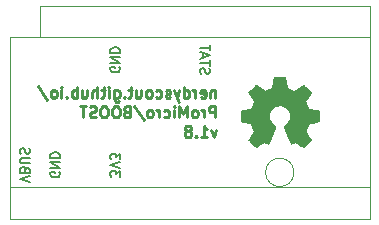
<source format=gbr>
G04 #@! TF.GenerationSoftware,KiCad,Pcbnew,5.1.5+dfsg1-2build2*
G04 #@! TF.CreationDate,2021-03-15T22:58:29+01:00*
G04 #@! TF.ProjectId,ProMicro_BOOST,50726f4d-6963-4726-9f5f-424f4f53542e,v1.8*
G04 #@! TF.SameCoordinates,Original*
G04 #@! TF.FileFunction,Legend,Bot*
G04 #@! TF.FilePolarity,Positive*
%FSLAX46Y46*%
G04 Gerber Fmt 4.6, Leading zero omitted, Abs format (unit mm)*
G04 Created by KiCad*
%MOMM*%
%LPD*%
G04 APERTURE LIST*
%ADD10C,0.200000*%
%ADD11C,0.237500*%
%ADD12C,0.120000*%
%ADD13C,0.010000*%
G04 APERTURE END LIST*
D10*
X63811095Y-128466666D02*
X63011095Y-128200000D01*
X63811095Y-127933333D01*
X63430142Y-127400000D02*
X63392047Y-127285714D01*
X63353952Y-127247619D01*
X63277761Y-127209523D01*
X63163476Y-127209523D01*
X63087285Y-127247619D01*
X63049190Y-127285714D01*
X63011095Y-127361904D01*
X63011095Y-127666666D01*
X63811095Y-127666666D01*
X63811095Y-127400000D01*
X63773000Y-127323809D01*
X63734904Y-127285714D01*
X63658714Y-127247619D01*
X63582523Y-127247619D01*
X63506333Y-127285714D01*
X63468238Y-127323809D01*
X63430142Y-127400000D01*
X63430142Y-127666666D01*
X63811095Y-126866666D02*
X63163476Y-126866666D01*
X63087285Y-126828571D01*
X63049190Y-126790476D01*
X63011095Y-126714285D01*
X63011095Y-126561904D01*
X63049190Y-126485714D01*
X63087285Y-126447619D01*
X63163476Y-126409523D01*
X63811095Y-126409523D01*
X63049190Y-126066666D02*
X63011095Y-125952380D01*
X63011095Y-125761904D01*
X63049190Y-125685714D01*
X63087285Y-125647619D01*
X63163476Y-125609523D01*
X63239666Y-125609523D01*
X63315857Y-125647619D01*
X63353952Y-125685714D01*
X63392047Y-125761904D01*
X63430142Y-125914285D01*
X63468238Y-125990476D01*
X63506333Y-126028571D01*
X63582523Y-126066666D01*
X63658714Y-126066666D01*
X63734904Y-126028571D01*
X63773000Y-125990476D01*
X63811095Y-125914285D01*
X63811095Y-125723809D01*
X63773000Y-125609523D01*
X71431095Y-127990476D02*
X71431095Y-127495238D01*
X71126333Y-127761904D01*
X71126333Y-127647619D01*
X71088238Y-127571428D01*
X71050142Y-127533333D01*
X70973952Y-127495238D01*
X70783476Y-127495238D01*
X70707285Y-127533333D01*
X70669190Y-127571428D01*
X70631095Y-127647619D01*
X70631095Y-127876190D01*
X70669190Y-127952380D01*
X70707285Y-127990476D01*
X71431095Y-127266666D02*
X70631095Y-127000000D01*
X71431095Y-126733333D01*
X71431095Y-126542857D02*
X71431095Y-126047619D01*
X71126333Y-126314285D01*
X71126333Y-126200000D01*
X71088238Y-126123809D01*
X71050142Y-126085714D01*
X70973952Y-126047619D01*
X70783476Y-126047619D01*
X70707285Y-126085714D01*
X70669190Y-126123809D01*
X70631095Y-126200000D01*
X70631095Y-126428571D01*
X70669190Y-126504761D01*
X70707285Y-126542857D01*
X78289190Y-119290952D02*
X78251095Y-119176666D01*
X78251095Y-118986190D01*
X78289190Y-118910000D01*
X78327285Y-118871904D01*
X78403476Y-118833809D01*
X78479666Y-118833809D01*
X78555857Y-118871904D01*
X78593952Y-118910000D01*
X78632047Y-118986190D01*
X78670142Y-119138571D01*
X78708238Y-119214761D01*
X78746333Y-119252857D01*
X78822523Y-119290952D01*
X78898714Y-119290952D01*
X78974904Y-119252857D01*
X79013000Y-119214761D01*
X79051095Y-119138571D01*
X79051095Y-118948095D01*
X79013000Y-118833809D01*
X79051095Y-118605238D02*
X79051095Y-118148095D01*
X78251095Y-118376666D02*
X79051095Y-118376666D01*
X78479666Y-117919523D02*
X78479666Y-117538571D01*
X78251095Y-117995714D02*
X79051095Y-117729047D01*
X78251095Y-117462380D01*
X79051095Y-117310000D02*
X79051095Y-116852857D01*
X78251095Y-117081428D02*
X79051095Y-117081428D01*
X71393000Y-118719523D02*
X71431095Y-118795714D01*
X71431095Y-118910000D01*
X71393000Y-119024285D01*
X71316809Y-119100476D01*
X71240619Y-119138571D01*
X71088238Y-119176666D01*
X70973952Y-119176666D01*
X70821571Y-119138571D01*
X70745380Y-119100476D01*
X70669190Y-119024285D01*
X70631095Y-118910000D01*
X70631095Y-118833809D01*
X70669190Y-118719523D01*
X70707285Y-118681428D01*
X70973952Y-118681428D01*
X70973952Y-118833809D01*
X70631095Y-118338571D02*
X71431095Y-118338571D01*
X70631095Y-117881428D01*
X71431095Y-117881428D01*
X70631095Y-117500476D02*
X71431095Y-117500476D01*
X71431095Y-117310000D01*
X71393000Y-117195714D01*
X71316809Y-117119523D01*
X71240619Y-117081428D01*
X71088238Y-117043333D01*
X70973952Y-117043333D01*
X70821571Y-117081428D01*
X70745380Y-117119523D01*
X70669190Y-117195714D01*
X70631095Y-117310000D01*
X70631095Y-117500476D01*
X66313000Y-127609523D02*
X66351095Y-127685714D01*
X66351095Y-127800000D01*
X66313000Y-127914285D01*
X66236809Y-127990476D01*
X66160619Y-128028571D01*
X66008238Y-128066666D01*
X65893952Y-128066666D01*
X65741571Y-128028571D01*
X65665380Y-127990476D01*
X65589190Y-127914285D01*
X65551095Y-127800000D01*
X65551095Y-127723809D01*
X65589190Y-127609523D01*
X65627285Y-127571428D01*
X65893952Y-127571428D01*
X65893952Y-127723809D01*
X65551095Y-127228571D02*
X66351095Y-127228571D01*
X65551095Y-126771428D01*
X66351095Y-126771428D01*
X65551095Y-126390476D02*
X66351095Y-126390476D01*
X66351095Y-126200000D01*
X66313000Y-126085714D01*
X66236809Y-126009523D01*
X66160619Y-125971428D01*
X66008238Y-125933333D01*
X65893952Y-125933333D01*
X65741571Y-125971428D01*
X65665380Y-126009523D01*
X65589190Y-126085714D01*
X65551095Y-126200000D01*
X65551095Y-126390476D01*
D11*
X79502434Y-120688928D02*
X79502434Y-121322261D01*
X79502434Y-120779404D02*
X79457196Y-120734166D01*
X79366720Y-120688928D01*
X79231005Y-120688928D01*
X79140529Y-120734166D01*
X79095291Y-120824642D01*
X79095291Y-121322261D01*
X78281005Y-121277023D02*
X78371482Y-121322261D01*
X78552434Y-121322261D01*
X78642910Y-121277023D01*
X78688148Y-121186547D01*
X78688148Y-120824642D01*
X78642910Y-120734166D01*
X78552434Y-120688928D01*
X78371482Y-120688928D01*
X78281005Y-120734166D01*
X78235767Y-120824642D01*
X78235767Y-120915119D01*
X78688148Y-121005595D01*
X77828625Y-121322261D02*
X77828625Y-120688928D01*
X77828625Y-120869880D02*
X77783386Y-120779404D01*
X77738148Y-120734166D01*
X77647672Y-120688928D01*
X77557196Y-120688928D01*
X76833386Y-121322261D02*
X76833386Y-120372261D01*
X76833386Y-121277023D02*
X76923863Y-121322261D01*
X77104815Y-121322261D01*
X77195291Y-121277023D01*
X77240529Y-121231785D01*
X77285767Y-121141309D01*
X77285767Y-120869880D01*
X77240529Y-120779404D01*
X77195291Y-120734166D01*
X77104815Y-120688928D01*
X76923863Y-120688928D01*
X76833386Y-120734166D01*
X76471482Y-120688928D02*
X76245291Y-121322261D01*
X76019101Y-120688928D02*
X76245291Y-121322261D01*
X76335767Y-121548452D01*
X76381005Y-121593690D01*
X76471482Y-121638928D01*
X75702434Y-121277023D02*
X75611958Y-121322261D01*
X75431005Y-121322261D01*
X75340529Y-121277023D01*
X75295291Y-121186547D01*
X75295291Y-121141309D01*
X75340529Y-121050833D01*
X75431005Y-121005595D01*
X75566720Y-121005595D01*
X75657196Y-120960357D01*
X75702434Y-120869880D01*
X75702434Y-120824642D01*
X75657196Y-120734166D01*
X75566720Y-120688928D01*
X75431005Y-120688928D01*
X75340529Y-120734166D01*
X74481005Y-121277023D02*
X74571482Y-121322261D01*
X74752434Y-121322261D01*
X74842910Y-121277023D01*
X74888148Y-121231785D01*
X74933386Y-121141309D01*
X74933386Y-120869880D01*
X74888148Y-120779404D01*
X74842910Y-120734166D01*
X74752434Y-120688928D01*
X74571482Y-120688928D01*
X74481005Y-120734166D01*
X73938148Y-121322261D02*
X74028625Y-121277023D01*
X74073863Y-121231785D01*
X74119101Y-121141309D01*
X74119101Y-120869880D01*
X74073863Y-120779404D01*
X74028625Y-120734166D01*
X73938148Y-120688928D01*
X73802434Y-120688928D01*
X73711958Y-120734166D01*
X73666720Y-120779404D01*
X73621482Y-120869880D01*
X73621482Y-121141309D01*
X73666720Y-121231785D01*
X73711958Y-121277023D01*
X73802434Y-121322261D01*
X73938148Y-121322261D01*
X72807196Y-120688928D02*
X72807196Y-121322261D01*
X73214339Y-120688928D02*
X73214339Y-121186547D01*
X73169101Y-121277023D01*
X73078625Y-121322261D01*
X72942910Y-121322261D01*
X72852434Y-121277023D01*
X72807196Y-121231785D01*
X72490529Y-120688928D02*
X72128625Y-120688928D01*
X72354815Y-120372261D02*
X72354815Y-121186547D01*
X72309577Y-121277023D01*
X72219101Y-121322261D01*
X72128625Y-121322261D01*
X71811958Y-121231785D02*
X71766720Y-121277023D01*
X71811958Y-121322261D01*
X71857196Y-121277023D01*
X71811958Y-121231785D01*
X71811958Y-121322261D01*
X70952434Y-120688928D02*
X70952434Y-121457976D01*
X70997672Y-121548452D01*
X71042910Y-121593690D01*
X71133386Y-121638928D01*
X71269101Y-121638928D01*
X71359577Y-121593690D01*
X70952434Y-121277023D02*
X71042910Y-121322261D01*
X71223863Y-121322261D01*
X71314339Y-121277023D01*
X71359577Y-121231785D01*
X71404815Y-121141309D01*
X71404815Y-120869880D01*
X71359577Y-120779404D01*
X71314339Y-120734166D01*
X71223863Y-120688928D01*
X71042910Y-120688928D01*
X70952434Y-120734166D01*
X70500053Y-121322261D02*
X70500053Y-120688928D01*
X70500053Y-120372261D02*
X70545291Y-120417500D01*
X70500053Y-120462738D01*
X70454815Y-120417500D01*
X70500053Y-120372261D01*
X70500053Y-120462738D01*
X70183386Y-120688928D02*
X69821482Y-120688928D01*
X70047672Y-120372261D02*
X70047672Y-121186547D01*
X70002434Y-121277023D01*
X69911958Y-121322261D01*
X69821482Y-121322261D01*
X69504815Y-121322261D02*
X69504815Y-120372261D01*
X69097672Y-121322261D02*
X69097672Y-120824642D01*
X69142910Y-120734166D01*
X69233386Y-120688928D01*
X69369101Y-120688928D01*
X69459577Y-120734166D01*
X69504815Y-120779404D01*
X68238148Y-120688928D02*
X68238148Y-121322261D01*
X68645291Y-120688928D02*
X68645291Y-121186547D01*
X68600053Y-121277023D01*
X68509577Y-121322261D01*
X68373863Y-121322261D01*
X68283386Y-121277023D01*
X68238148Y-121231785D01*
X67785767Y-121322261D02*
X67785767Y-120372261D01*
X67785767Y-120734166D02*
X67695291Y-120688928D01*
X67514339Y-120688928D01*
X67423863Y-120734166D01*
X67378625Y-120779404D01*
X67333386Y-120869880D01*
X67333386Y-121141309D01*
X67378625Y-121231785D01*
X67423863Y-121277023D01*
X67514339Y-121322261D01*
X67695291Y-121322261D01*
X67785767Y-121277023D01*
X66926244Y-121231785D02*
X66881005Y-121277023D01*
X66926244Y-121322261D01*
X66971482Y-121277023D01*
X66926244Y-121231785D01*
X66926244Y-121322261D01*
X66473863Y-121322261D02*
X66473863Y-120688928D01*
X66473863Y-120372261D02*
X66519101Y-120417500D01*
X66473863Y-120462738D01*
X66428624Y-120417500D01*
X66473863Y-120372261D01*
X66473863Y-120462738D01*
X65885767Y-121322261D02*
X65976244Y-121277023D01*
X66021482Y-121231785D01*
X66066720Y-121141309D01*
X66066720Y-120869880D01*
X66021482Y-120779404D01*
X65976244Y-120734166D01*
X65885767Y-120688928D01*
X65750053Y-120688928D01*
X65659577Y-120734166D01*
X65614339Y-120779404D01*
X65569101Y-120869880D01*
X65569101Y-121141309D01*
X65614339Y-121231785D01*
X65659577Y-121277023D01*
X65750053Y-121322261D01*
X65885767Y-121322261D01*
X64483386Y-120327023D02*
X65297672Y-121548452D01*
X79502434Y-122984761D02*
X79502434Y-122034761D01*
X79140529Y-122034761D01*
X79050053Y-122080000D01*
X79004815Y-122125238D01*
X78959577Y-122215714D01*
X78959577Y-122351428D01*
X79004815Y-122441904D01*
X79050053Y-122487142D01*
X79140529Y-122532380D01*
X79502434Y-122532380D01*
X78552434Y-122984761D02*
X78552434Y-122351428D01*
X78552434Y-122532380D02*
X78507196Y-122441904D01*
X78461958Y-122396666D01*
X78371482Y-122351428D01*
X78281005Y-122351428D01*
X77828625Y-122984761D02*
X77919101Y-122939523D01*
X77964339Y-122894285D01*
X78009577Y-122803809D01*
X78009577Y-122532380D01*
X77964339Y-122441904D01*
X77919101Y-122396666D01*
X77828625Y-122351428D01*
X77692910Y-122351428D01*
X77602434Y-122396666D01*
X77557196Y-122441904D01*
X77511958Y-122532380D01*
X77511958Y-122803809D01*
X77557196Y-122894285D01*
X77602434Y-122939523D01*
X77692910Y-122984761D01*
X77828625Y-122984761D01*
X77104815Y-122984761D02*
X77104815Y-122034761D01*
X76788148Y-122713333D01*
X76471482Y-122034761D01*
X76471482Y-122984761D01*
X76019101Y-122984761D02*
X76019101Y-122351428D01*
X76019101Y-122034761D02*
X76064339Y-122080000D01*
X76019101Y-122125238D01*
X75973863Y-122080000D01*
X76019101Y-122034761D01*
X76019101Y-122125238D01*
X75159577Y-122939523D02*
X75250053Y-122984761D01*
X75431005Y-122984761D01*
X75521482Y-122939523D01*
X75566720Y-122894285D01*
X75611958Y-122803809D01*
X75611958Y-122532380D01*
X75566720Y-122441904D01*
X75521482Y-122396666D01*
X75431005Y-122351428D01*
X75250053Y-122351428D01*
X75159577Y-122396666D01*
X74752434Y-122984761D02*
X74752434Y-122351428D01*
X74752434Y-122532380D02*
X74707196Y-122441904D01*
X74661958Y-122396666D01*
X74571482Y-122351428D01*
X74481005Y-122351428D01*
X74028625Y-122984761D02*
X74119101Y-122939523D01*
X74164339Y-122894285D01*
X74209577Y-122803809D01*
X74209577Y-122532380D01*
X74164339Y-122441904D01*
X74119101Y-122396666D01*
X74028625Y-122351428D01*
X73892910Y-122351428D01*
X73802434Y-122396666D01*
X73757196Y-122441904D01*
X73711958Y-122532380D01*
X73711958Y-122803809D01*
X73757196Y-122894285D01*
X73802434Y-122939523D01*
X73892910Y-122984761D01*
X74028625Y-122984761D01*
X72626244Y-121989523D02*
X73440529Y-123210952D01*
X71992910Y-122487142D02*
X71857196Y-122532380D01*
X71811958Y-122577619D01*
X71766720Y-122668095D01*
X71766720Y-122803809D01*
X71811958Y-122894285D01*
X71857196Y-122939523D01*
X71947672Y-122984761D01*
X72309577Y-122984761D01*
X72309577Y-122034761D01*
X71992910Y-122034761D01*
X71902434Y-122080000D01*
X71857196Y-122125238D01*
X71811958Y-122215714D01*
X71811958Y-122306190D01*
X71857196Y-122396666D01*
X71902434Y-122441904D01*
X71992910Y-122487142D01*
X72309577Y-122487142D01*
X71178625Y-122034761D02*
X70997672Y-122034761D01*
X70907196Y-122080000D01*
X70816720Y-122170476D01*
X70771482Y-122351428D01*
X70771482Y-122668095D01*
X70816720Y-122849047D01*
X70907196Y-122939523D01*
X70997672Y-122984761D01*
X71178625Y-122984761D01*
X71269101Y-122939523D01*
X71359577Y-122849047D01*
X71404815Y-122668095D01*
X71404815Y-122351428D01*
X71359577Y-122170476D01*
X71269101Y-122080000D01*
X71178625Y-122034761D01*
X70183386Y-122034761D02*
X70002434Y-122034761D01*
X69911958Y-122080000D01*
X69821482Y-122170476D01*
X69776244Y-122351428D01*
X69776244Y-122668095D01*
X69821482Y-122849047D01*
X69911958Y-122939523D01*
X70002434Y-122984761D01*
X70183386Y-122984761D01*
X70273863Y-122939523D01*
X70364339Y-122849047D01*
X70409577Y-122668095D01*
X70409577Y-122351428D01*
X70364339Y-122170476D01*
X70273863Y-122080000D01*
X70183386Y-122034761D01*
X69414339Y-122939523D02*
X69278625Y-122984761D01*
X69052434Y-122984761D01*
X68961958Y-122939523D01*
X68916720Y-122894285D01*
X68871482Y-122803809D01*
X68871482Y-122713333D01*
X68916720Y-122622857D01*
X68961958Y-122577619D01*
X69052434Y-122532380D01*
X69233386Y-122487142D01*
X69323863Y-122441904D01*
X69369101Y-122396666D01*
X69414339Y-122306190D01*
X69414339Y-122215714D01*
X69369101Y-122125238D01*
X69323863Y-122080000D01*
X69233386Y-122034761D01*
X69007196Y-122034761D01*
X68871482Y-122080000D01*
X68600053Y-122034761D02*
X68057196Y-122034761D01*
X68328625Y-122984761D02*
X68328625Y-122034761D01*
X79592910Y-124013928D02*
X79366720Y-124647261D01*
X79140529Y-124013928D01*
X78281005Y-124647261D02*
X78823863Y-124647261D01*
X78552434Y-124647261D02*
X78552434Y-123697261D01*
X78642910Y-123832976D01*
X78733386Y-123923452D01*
X78823863Y-123968690D01*
X77873863Y-124556785D02*
X77828625Y-124602023D01*
X77873863Y-124647261D01*
X77919101Y-124602023D01*
X77873863Y-124556785D01*
X77873863Y-124647261D01*
X77285767Y-124104404D02*
X77376244Y-124059166D01*
X77421482Y-124013928D01*
X77466720Y-123923452D01*
X77466720Y-123878214D01*
X77421482Y-123787738D01*
X77376244Y-123742500D01*
X77285767Y-123697261D01*
X77104815Y-123697261D01*
X77014339Y-123742500D01*
X76969101Y-123787738D01*
X76923863Y-123878214D01*
X76923863Y-123923452D01*
X76969101Y-124013928D01*
X77014339Y-124059166D01*
X77104815Y-124104404D01*
X77285767Y-124104404D01*
X77376244Y-124149642D01*
X77421482Y-124194880D01*
X77466720Y-124285357D01*
X77466720Y-124466309D01*
X77421482Y-124556785D01*
X77376244Y-124602023D01*
X77285767Y-124647261D01*
X77104815Y-124647261D01*
X77014339Y-124602023D01*
X76969101Y-124556785D01*
X76923863Y-124466309D01*
X76923863Y-124285357D01*
X76969101Y-124194880D01*
X77014339Y-124149642D01*
X77104815Y-124104404D01*
D12*
X64643000Y-113535000D02*
X92583000Y-113535000D01*
X62103000Y-128905000D02*
X92583000Y-128905000D01*
X64643000Y-116205000D02*
X64643000Y-113535000D01*
X62103000Y-116205000D02*
X92583000Y-116205000D01*
X92583000Y-113535000D02*
X92583000Y-131575000D01*
X92583000Y-131575000D02*
X62103000Y-131575000D01*
X62103000Y-131575000D02*
X62103000Y-116205000D01*
D13*
G36*
X84407186Y-120023931D02*
G01*
X84323365Y-120468555D01*
X84014080Y-120596053D01*
X83704794Y-120723551D01*
X83333754Y-120471246D01*
X83229843Y-120400996D01*
X83135913Y-120338272D01*
X83056348Y-120285938D01*
X82995530Y-120246857D01*
X82957843Y-120223893D01*
X82947579Y-120218942D01*
X82929090Y-120231676D01*
X82889580Y-120266882D01*
X82833478Y-120320062D01*
X82765213Y-120386718D01*
X82689214Y-120462354D01*
X82609908Y-120542472D01*
X82531725Y-120622574D01*
X82459093Y-120698164D01*
X82396441Y-120764745D01*
X82348197Y-120817818D01*
X82318790Y-120852887D01*
X82311759Y-120864623D01*
X82321877Y-120886260D01*
X82350241Y-120933662D01*
X82393871Y-121002193D01*
X82449782Y-121087215D01*
X82514994Y-121184093D01*
X82552781Y-121239350D01*
X82621657Y-121340248D01*
X82682860Y-121431299D01*
X82733422Y-121507970D01*
X82770372Y-121565728D01*
X82790742Y-121600043D01*
X82793803Y-121607254D01*
X82786864Y-121627748D01*
X82767949Y-121675513D01*
X82739913Y-121743832D01*
X82705609Y-121825989D01*
X82667891Y-121915270D01*
X82629613Y-122004958D01*
X82593630Y-122088338D01*
X82562794Y-122158694D01*
X82539961Y-122209310D01*
X82527983Y-122233471D01*
X82527276Y-122234422D01*
X82508469Y-122239036D01*
X82458382Y-122249328D01*
X82382207Y-122264287D01*
X82285135Y-122282901D01*
X82172357Y-122304159D01*
X82106558Y-122316418D01*
X81986050Y-122339362D01*
X81877203Y-122361195D01*
X81785524Y-122380722D01*
X81716519Y-122396748D01*
X81675696Y-122408079D01*
X81667489Y-122411674D01*
X81659452Y-122436006D01*
X81652967Y-122490959D01*
X81648030Y-122570108D01*
X81644636Y-122667026D01*
X81642782Y-122775287D01*
X81642462Y-122888465D01*
X81643673Y-123000135D01*
X81646410Y-123103868D01*
X81650669Y-123193241D01*
X81656445Y-123261826D01*
X81663733Y-123303197D01*
X81668105Y-123311810D01*
X81694236Y-123322133D01*
X81749607Y-123336892D01*
X81826893Y-123354352D01*
X81918770Y-123372780D01*
X81950842Y-123378741D01*
X82105476Y-123407066D01*
X82227625Y-123429876D01*
X82321327Y-123448080D01*
X82390616Y-123462583D01*
X82439529Y-123474292D01*
X82472103Y-123484115D01*
X82492372Y-123492956D01*
X82504374Y-123501724D01*
X82506053Y-123503457D01*
X82522816Y-123531371D01*
X82548386Y-123585695D01*
X82580212Y-123659777D01*
X82615740Y-123746965D01*
X82652417Y-123840608D01*
X82687689Y-123934052D01*
X82719004Y-124020647D01*
X82743807Y-124093740D01*
X82759546Y-124146678D01*
X82763668Y-124172811D01*
X82763324Y-124173726D01*
X82749359Y-124195086D01*
X82717678Y-124242084D01*
X82671609Y-124309827D01*
X82614482Y-124393423D01*
X82549627Y-124487982D01*
X82531157Y-124514854D01*
X82465301Y-124612275D01*
X82407350Y-124701163D01*
X82360462Y-124776412D01*
X82327793Y-124832920D01*
X82312500Y-124865581D01*
X82311759Y-124869593D01*
X82324608Y-124890684D01*
X82360112Y-124932464D01*
X82413707Y-124990445D01*
X82480829Y-125060135D01*
X82556913Y-125137045D01*
X82637396Y-125216683D01*
X82717713Y-125294561D01*
X82793301Y-125366186D01*
X82859595Y-125427070D01*
X82912031Y-125472721D01*
X82946045Y-125498650D01*
X82955455Y-125502883D01*
X82977357Y-125492912D01*
X83022200Y-125466020D01*
X83082679Y-125426736D01*
X83129211Y-125395117D01*
X83213525Y-125337098D01*
X83313374Y-125268784D01*
X83413527Y-125200579D01*
X83467373Y-125164075D01*
X83649629Y-125040800D01*
X83802619Y-125123520D01*
X83872318Y-125159759D01*
X83931586Y-125187926D01*
X83971689Y-125203991D01*
X83981897Y-125206226D01*
X83994171Y-125189722D01*
X84018387Y-125143082D01*
X84052737Y-125070609D01*
X84095412Y-124976606D01*
X84144606Y-124865374D01*
X84198510Y-124741215D01*
X84255316Y-124608432D01*
X84313218Y-124471327D01*
X84370407Y-124334202D01*
X84425076Y-124201358D01*
X84475416Y-124077098D01*
X84519620Y-123965725D01*
X84555881Y-123871539D01*
X84582391Y-123798844D01*
X84597342Y-123751941D01*
X84599746Y-123735833D01*
X84580689Y-123715286D01*
X84538964Y-123681933D01*
X84483294Y-123642702D01*
X84478622Y-123639599D01*
X84334736Y-123524423D01*
X84218717Y-123390053D01*
X84131570Y-123240784D01*
X84074301Y-123080913D01*
X84047914Y-122914737D01*
X84053415Y-122746552D01*
X84091810Y-122580655D01*
X84164105Y-122421342D01*
X84185374Y-122386487D01*
X84296004Y-122245737D01*
X84426698Y-122132714D01*
X84572936Y-122048003D01*
X84730192Y-121992194D01*
X84893943Y-121965874D01*
X85059667Y-121969630D01*
X85222838Y-122004050D01*
X85378935Y-122069723D01*
X85523433Y-122167235D01*
X85568131Y-122206813D01*
X85681888Y-122330703D01*
X85764782Y-122461124D01*
X85821644Y-122607315D01*
X85853313Y-122752088D01*
X85861131Y-122914860D01*
X85835062Y-123078440D01*
X85777755Y-123237298D01*
X85691856Y-123385906D01*
X85580014Y-123518735D01*
X85444877Y-123630256D01*
X85427117Y-123642011D01*
X85370850Y-123680508D01*
X85328077Y-123713863D01*
X85307628Y-123735160D01*
X85307331Y-123735833D01*
X85311721Y-123758871D01*
X85329124Y-123811157D01*
X85357732Y-123888390D01*
X85395735Y-123986268D01*
X85441326Y-124100491D01*
X85492697Y-124226758D01*
X85548038Y-124360767D01*
X85605542Y-124498218D01*
X85663399Y-124634808D01*
X85719802Y-124766237D01*
X85772942Y-124888205D01*
X85821010Y-124996409D01*
X85862199Y-125086549D01*
X85894699Y-125154323D01*
X85916703Y-125195430D01*
X85925564Y-125206226D01*
X85952640Y-125197819D01*
X86003303Y-125175272D01*
X86068817Y-125142613D01*
X86104841Y-125123520D01*
X86257832Y-125040800D01*
X86440088Y-125164075D01*
X86533125Y-125227228D01*
X86634985Y-125296727D01*
X86730438Y-125362165D01*
X86778250Y-125395117D01*
X86845495Y-125440273D01*
X86902436Y-125476057D01*
X86941646Y-125497938D01*
X86954381Y-125502563D01*
X86972917Y-125490085D01*
X87013941Y-125455252D01*
X87073475Y-125401678D01*
X87147542Y-125332983D01*
X87232165Y-125252781D01*
X87285685Y-125201286D01*
X87379319Y-125109286D01*
X87460241Y-125026999D01*
X87525177Y-124957945D01*
X87570858Y-124905644D01*
X87594011Y-124873616D01*
X87596232Y-124867116D01*
X87585924Y-124842394D01*
X87557439Y-124792405D01*
X87513937Y-124722212D01*
X87458577Y-124636875D01*
X87394520Y-124541456D01*
X87376303Y-124514854D01*
X87309927Y-124418167D01*
X87250378Y-124331117D01*
X87200984Y-124258595D01*
X87165075Y-124205493D01*
X87145981Y-124176703D01*
X87144136Y-124173726D01*
X87146895Y-124150782D01*
X87161538Y-124100336D01*
X87185513Y-124029041D01*
X87216266Y-123943547D01*
X87251244Y-123850507D01*
X87287893Y-123756574D01*
X87323661Y-123668399D01*
X87355994Y-123592634D01*
X87382338Y-123535931D01*
X87400142Y-123504943D01*
X87401407Y-123503457D01*
X87412294Y-123494601D01*
X87430682Y-123485843D01*
X87460606Y-123476277D01*
X87506103Y-123464996D01*
X87571209Y-123451093D01*
X87659961Y-123433663D01*
X87776393Y-123411798D01*
X87924542Y-123384591D01*
X87956618Y-123378741D01*
X88051686Y-123360374D01*
X88134565Y-123342405D01*
X88197930Y-123326569D01*
X88234458Y-123314600D01*
X88239356Y-123311810D01*
X88247427Y-123287072D01*
X88253987Y-123231790D01*
X88259033Y-123152389D01*
X88262559Y-123055296D01*
X88264561Y-122946938D01*
X88265036Y-122833740D01*
X88263977Y-122722128D01*
X88261382Y-122618529D01*
X88257246Y-122529368D01*
X88251563Y-122461072D01*
X88244331Y-122420066D01*
X88239971Y-122411674D01*
X88215698Y-122403208D01*
X88160426Y-122389435D01*
X88079662Y-122371550D01*
X87978912Y-122350748D01*
X87863683Y-122328223D01*
X87800902Y-122316418D01*
X87681787Y-122294151D01*
X87575565Y-122273979D01*
X87487427Y-122256915D01*
X87422566Y-122243969D01*
X87386174Y-122236155D01*
X87380184Y-122234422D01*
X87370061Y-122214890D01*
X87348662Y-122167843D01*
X87318839Y-122100003D01*
X87283445Y-122018091D01*
X87245332Y-121928828D01*
X87207353Y-121838935D01*
X87172360Y-121755135D01*
X87143206Y-121684147D01*
X87122743Y-121632694D01*
X87113823Y-121607497D01*
X87113657Y-121606396D01*
X87123769Y-121586519D01*
X87152117Y-121540777D01*
X87195723Y-121473717D01*
X87251606Y-121389884D01*
X87316787Y-121293826D01*
X87354679Y-121238650D01*
X87423725Y-121137481D01*
X87485050Y-121045630D01*
X87535663Y-120967744D01*
X87572571Y-120908469D01*
X87592782Y-120872451D01*
X87595701Y-120864377D01*
X87583153Y-120845584D01*
X87548463Y-120805457D01*
X87496063Y-120748493D01*
X87430384Y-120679185D01*
X87355856Y-120602031D01*
X87276913Y-120521525D01*
X87197983Y-120442163D01*
X87123500Y-120368440D01*
X87057894Y-120304852D01*
X87005596Y-120255894D01*
X86971039Y-120226061D01*
X86959478Y-120218942D01*
X86940654Y-120228953D01*
X86895631Y-120257078D01*
X86828787Y-120300454D01*
X86744499Y-120356218D01*
X86647144Y-120421506D01*
X86573707Y-120471246D01*
X86202667Y-120723551D01*
X85584095Y-120468555D01*
X85500275Y-120023931D01*
X85416454Y-119579307D01*
X84491006Y-119579307D01*
X84407186Y-120023931D01*
G37*
X84407186Y-120023931D02*
X84323365Y-120468555D01*
X84014080Y-120596053D01*
X83704794Y-120723551D01*
X83333754Y-120471246D01*
X83229843Y-120400996D01*
X83135913Y-120338272D01*
X83056348Y-120285938D01*
X82995530Y-120246857D01*
X82957843Y-120223893D01*
X82947579Y-120218942D01*
X82929090Y-120231676D01*
X82889580Y-120266882D01*
X82833478Y-120320062D01*
X82765213Y-120386718D01*
X82689214Y-120462354D01*
X82609908Y-120542472D01*
X82531725Y-120622574D01*
X82459093Y-120698164D01*
X82396441Y-120764745D01*
X82348197Y-120817818D01*
X82318790Y-120852887D01*
X82311759Y-120864623D01*
X82321877Y-120886260D01*
X82350241Y-120933662D01*
X82393871Y-121002193D01*
X82449782Y-121087215D01*
X82514994Y-121184093D01*
X82552781Y-121239350D01*
X82621657Y-121340248D01*
X82682860Y-121431299D01*
X82733422Y-121507970D01*
X82770372Y-121565728D01*
X82790742Y-121600043D01*
X82793803Y-121607254D01*
X82786864Y-121627748D01*
X82767949Y-121675513D01*
X82739913Y-121743832D01*
X82705609Y-121825989D01*
X82667891Y-121915270D01*
X82629613Y-122004958D01*
X82593630Y-122088338D01*
X82562794Y-122158694D01*
X82539961Y-122209310D01*
X82527983Y-122233471D01*
X82527276Y-122234422D01*
X82508469Y-122239036D01*
X82458382Y-122249328D01*
X82382207Y-122264287D01*
X82285135Y-122282901D01*
X82172357Y-122304159D01*
X82106558Y-122316418D01*
X81986050Y-122339362D01*
X81877203Y-122361195D01*
X81785524Y-122380722D01*
X81716519Y-122396748D01*
X81675696Y-122408079D01*
X81667489Y-122411674D01*
X81659452Y-122436006D01*
X81652967Y-122490959D01*
X81648030Y-122570108D01*
X81644636Y-122667026D01*
X81642782Y-122775287D01*
X81642462Y-122888465D01*
X81643673Y-123000135D01*
X81646410Y-123103868D01*
X81650669Y-123193241D01*
X81656445Y-123261826D01*
X81663733Y-123303197D01*
X81668105Y-123311810D01*
X81694236Y-123322133D01*
X81749607Y-123336892D01*
X81826893Y-123354352D01*
X81918770Y-123372780D01*
X81950842Y-123378741D01*
X82105476Y-123407066D01*
X82227625Y-123429876D01*
X82321327Y-123448080D01*
X82390616Y-123462583D01*
X82439529Y-123474292D01*
X82472103Y-123484115D01*
X82492372Y-123492956D01*
X82504374Y-123501724D01*
X82506053Y-123503457D01*
X82522816Y-123531371D01*
X82548386Y-123585695D01*
X82580212Y-123659777D01*
X82615740Y-123746965D01*
X82652417Y-123840608D01*
X82687689Y-123934052D01*
X82719004Y-124020647D01*
X82743807Y-124093740D01*
X82759546Y-124146678D01*
X82763668Y-124172811D01*
X82763324Y-124173726D01*
X82749359Y-124195086D01*
X82717678Y-124242084D01*
X82671609Y-124309827D01*
X82614482Y-124393423D01*
X82549627Y-124487982D01*
X82531157Y-124514854D01*
X82465301Y-124612275D01*
X82407350Y-124701163D01*
X82360462Y-124776412D01*
X82327793Y-124832920D01*
X82312500Y-124865581D01*
X82311759Y-124869593D01*
X82324608Y-124890684D01*
X82360112Y-124932464D01*
X82413707Y-124990445D01*
X82480829Y-125060135D01*
X82556913Y-125137045D01*
X82637396Y-125216683D01*
X82717713Y-125294561D01*
X82793301Y-125366186D01*
X82859595Y-125427070D01*
X82912031Y-125472721D01*
X82946045Y-125498650D01*
X82955455Y-125502883D01*
X82977357Y-125492912D01*
X83022200Y-125466020D01*
X83082679Y-125426736D01*
X83129211Y-125395117D01*
X83213525Y-125337098D01*
X83313374Y-125268784D01*
X83413527Y-125200579D01*
X83467373Y-125164075D01*
X83649629Y-125040800D01*
X83802619Y-125123520D01*
X83872318Y-125159759D01*
X83931586Y-125187926D01*
X83971689Y-125203991D01*
X83981897Y-125206226D01*
X83994171Y-125189722D01*
X84018387Y-125143082D01*
X84052737Y-125070609D01*
X84095412Y-124976606D01*
X84144606Y-124865374D01*
X84198510Y-124741215D01*
X84255316Y-124608432D01*
X84313218Y-124471327D01*
X84370407Y-124334202D01*
X84425076Y-124201358D01*
X84475416Y-124077098D01*
X84519620Y-123965725D01*
X84555881Y-123871539D01*
X84582391Y-123798844D01*
X84597342Y-123751941D01*
X84599746Y-123735833D01*
X84580689Y-123715286D01*
X84538964Y-123681933D01*
X84483294Y-123642702D01*
X84478622Y-123639599D01*
X84334736Y-123524423D01*
X84218717Y-123390053D01*
X84131570Y-123240784D01*
X84074301Y-123080913D01*
X84047914Y-122914737D01*
X84053415Y-122746552D01*
X84091810Y-122580655D01*
X84164105Y-122421342D01*
X84185374Y-122386487D01*
X84296004Y-122245737D01*
X84426698Y-122132714D01*
X84572936Y-122048003D01*
X84730192Y-121992194D01*
X84893943Y-121965874D01*
X85059667Y-121969630D01*
X85222838Y-122004050D01*
X85378935Y-122069723D01*
X85523433Y-122167235D01*
X85568131Y-122206813D01*
X85681888Y-122330703D01*
X85764782Y-122461124D01*
X85821644Y-122607315D01*
X85853313Y-122752088D01*
X85861131Y-122914860D01*
X85835062Y-123078440D01*
X85777755Y-123237298D01*
X85691856Y-123385906D01*
X85580014Y-123518735D01*
X85444877Y-123630256D01*
X85427117Y-123642011D01*
X85370850Y-123680508D01*
X85328077Y-123713863D01*
X85307628Y-123735160D01*
X85307331Y-123735833D01*
X85311721Y-123758871D01*
X85329124Y-123811157D01*
X85357732Y-123888390D01*
X85395735Y-123986268D01*
X85441326Y-124100491D01*
X85492697Y-124226758D01*
X85548038Y-124360767D01*
X85605542Y-124498218D01*
X85663399Y-124634808D01*
X85719802Y-124766237D01*
X85772942Y-124888205D01*
X85821010Y-124996409D01*
X85862199Y-125086549D01*
X85894699Y-125154323D01*
X85916703Y-125195430D01*
X85925564Y-125206226D01*
X85952640Y-125197819D01*
X86003303Y-125175272D01*
X86068817Y-125142613D01*
X86104841Y-125123520D01*
X86257832Y-125040800D01*
X86440088Y-125164075D01*
X86533125Y-125227228D01*
X86634985Y-125296727D01*
X86730438Y-125362165D01*
X86778250Y-125395117D01*
X86845495Y-125440273D01*
X86902436Y-125476057D01*
X86941646Y-125497938D01*
X86954381Y-125502563D01*
X86972917Y-125490085D01*
X87013941Y-125455252D01*
X87073475Y-125401678D01*
X87147542Y-125332983D01*
X87232165Y-125252781D01*
X87285685Y-125201286D01*
X87379319Y-125109286D01*
X87460241Y-125026999D01*
X87525177Y-124957945D01*
X87570858Y-124905644D01*
X87594011Y-124873616D01*
X87596232Y-124867116D01*
X87585924Y-124842394D01*
X87557439Y-124792405D01*
X87513937Y-124722212D01*
X87458577Y-124636875D01*
X87394520Y-124541456D01*
X87376303Y-124514854D01*
X87309927Y-124418167D01*
X87250378Y-124331117D01*
X87200984Y-124258595D01*
X87165075Y-124205493D01*
X87145981Y-124176703D01*
X87144136Y-124173726D01*
X87146895Y-124150782D01*
X87161538Y-124100336D01*
X87185513Y-124029041D01*
X87216266Y-123943547D01*
X87251244Y-123850507D01*
X87287893Y-123756574D01*
X87323661Y-123668399D01*
X87355994Y-123592634D01*
X87382338Y-123535931D01*
X87400142Y-123504943D01*
X87401407Y-123503457D01*
X87412294Y-123494601D01*
X87430682Y-123485843D01*
X87460606Y-123476277D01*
X87506103Y-123464996D01*
X87571209Y-123451093D01*
X87659961Y-123433663D01*
X87776393Y-123411798D01*
X87924542Y-123384591D01*
X87956618Y-123378741D01*
X88051686Y-123360374D01*
X88134565Y-123342405D01*
X88197930Y-123326569D01*
X88234458Y-123314600D01*
X88239356Y-123311810D01*
X88247427Y-123287072D01*
X88253987Y-123231790D01*
X88259033Y-123152389D01*
X88262559Y-123055296D01*
X88264561Y-122946938D01*
X88265036Y-122833740D01*
X88263977Y-122722128D01*
X88261382Y-122618529D01*
X88257246Y-122529368D01*
X88251563Y-122461072D01*
X88244331Y-122420066D01*
X88239971Y-122411674D01*
X88215698Y-122403208D01*
X88160426Y-122389435D01*
X88079662Y-122371550D01*
X87978912Y-122350748D01*
X87863683Y-122328223D01*
X87800902Y-122316418D01*
X87681787Y-122294151D01*
X87575565Y-122273979D01*
X87487427Y-122256915D01*
X87422566Y-122243969D01*
X87386174Y-122236155D01*
X87380184Y-122234422D01*
X87370061Y-122214890D01*
X87348662Y-122167843D01*
X87318839Y-122100003D01*
X87283445Y-122018091D01*
X87245332Y-121928828D01*
X87207353Y-121838935D01*
X87172360Y-121755135D01*
X87143206Y-121684147D01*
X87122743Y-121632694D01*
X87113823Y-121607497D01*
X87113657Y-121606396D01*
X87123769Y-121586519D01*
X87152117Y-121540777D01*
X87195723Y-121473717D01*
X87251606Y-121389884D01*
X87316787Y-121293826D01*
X87354679Y-121238650D01*
X87423725Y-121137481D01*
X87485050Y-121045630D01*
X87535663Y-120967744D01*
X87572571Y-120908469D01*
X87592782Y-120872451D01*
X87595701Y-120864377D01*
X87583153Y-120845584D01*
X87548463Y-120805457D01*
X87496063Y-120748493D01*
X87430384Y-120679185D01*
X87355856Y-120602031D01*
X87276913Y-120521525D01*
X87197983Y-120442163D01*
X87123500Y-120368440D01*
X87057894Y-120304852D01*
X87005596Y-120255894D01*
X86971039Y-120226061D01*
X86959478Y-120218942D01*
X86940654Y-120228953D01*
X86895631Y-120257078D01*
X86828787Y-120300454D01*
X86744499Y-120356218D01*
X86647144Y-120421506D01*
X86573707Y-120471246D01*
X86202667Y-120723551D01*
X85584095Y-120468555D01*
X85500275Y-120023931D01*
X85416454Y-119579307D01*
X84491006Y-119579307D01*
X84407186Y-120023931D01*
D12*
X86163000Y-127635000D02*
G75*
G03X86163000Y-127635000I-1200000J0D01*
G01*
M02*

</source>
